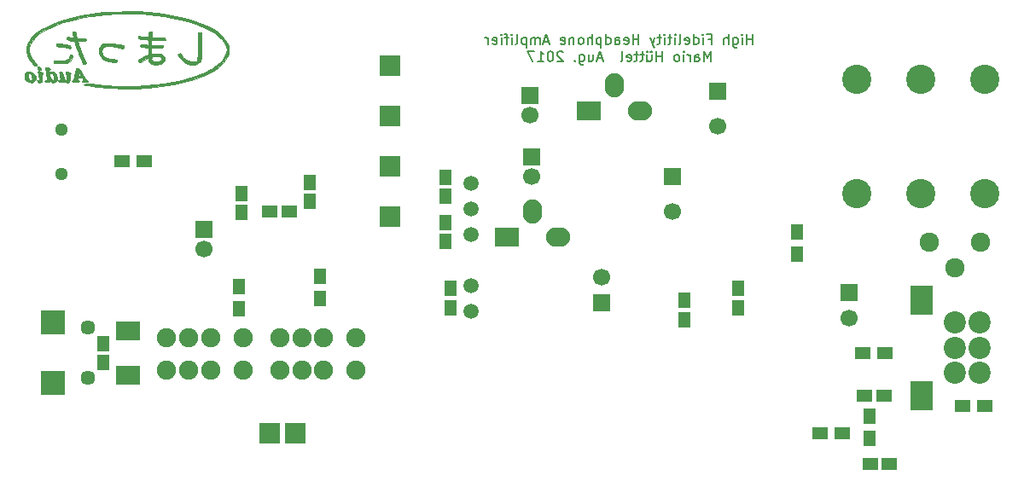
<source format=gbs>
G04 #@! TF.FileFunction,Soldermask,Bot*
%FSLAX46Y46*%
G04 Gerber Fmt 4.6, Leading zero omitted, Abs format (unit mm)*
G04 Created by KiCad (PCBNEW 4.0.6) date Sat Sep  9 23:12:20 2017*
%MOMM*%
%LPD*%
G01*
G04 APERTURE LIST*
%ADD10C,0.100000*%
%ADD11C,0.187500*%
%ADD12C,0.010000*%
%ADD13R,1.700000X1.700000*%
%ADD14C,1.700000*%
%ADD15C,1.299160*%
%ADD16R,1.150000X1.600000*%
%ADD17R,1.600000X1.150000*%
%ADD18C,2.900000*%
%ADD19C,1.900000*%
%ADD20R,1.300000X1.600000*%
%ADD21R,1.600000X1.300000*%
%ADD22C,2.200000*%
%ADD23R,2.200000X2.900000*%
%ADD24R,2.100000X2.100000*%
%ADD25R,2.400000X2.400000*%
%ADD26R,2.400000X1.900000*%
%ADD27C,1.450000*%
%ADD28O,2.398980X1.901140*%
%ADD29R,2.398980X1.901140*%
%ADD30O,1.901140X2.398980*%
%ADD31C,1.500000*%
%ADD32C,1.924000*%
G04 APERTURE END LIST*
D10*
D11*
X86464287Y-17858631D02*
X86464287Y-16858631D01*
X86464287Y-17334821D02*
X85892858Y-17334821D01*
X85892858Y-17858631D02*
X85892858Y-16858631D01*
X85416668Y-17858631D02*
X85416668Y-17191964D01*
X85416668Y-16858631D02*
X85464287Y-16906250D01*
X85416668Y-16953869D01*
X85369049Y-16906250D01*
X85416668Y-16858631D01*
X85416668Y-16953869D01*
X84511906Y-17191964D02*
X84511906Y-18001488D01*
X84559525Y-18096726D01*
X84607144Y-18144345D01*
X84702383Y-18191964D01*
X84845240Y-18191964D01*
X84940478Y-18144345D01*
X84511906Y-17811012D02*
X84607144Y-17858631D01*
X84797621Y-17858631D01*
X84892859Y-17811012D01*
X84940478Y-17763393D01*
X84988097Y-17668155D01*
X84988097Y-17382440D01*
X84940478Y-17287202D01*
X84892859Y-17239583D01*
X84797621Y-17191964D01*
X84607144Y-17191964D01*
X84511906Y-17239583D01*
X84035716Y-17858631D02*
X84035716Y-16858631D01*
X83607144Y-17858631D02*
X83607144Y-17334821D01*
X83654763Y-17239583D01*
X83750001Y-17191964D01*
X83892859Y-17191964D01*
X83988097Y-17239583D01*
X84035716Y-17287202D01*
X82035715Y-17334821D02*
X82369049Y-17334821D01*
X82369049Y-17858631D02*
X82369049Y-16858631D01*
X81892858Y-16858631D01*
X81511906Y-17858631D02*
X81511906Y-17191964D01*
X81511906Y-16858631D02*
X81559525Y-16906250D01*
X81511906Y-16953869D01*
X81464287Y-16906250D01*
X81511906Y-16858631D01*
X81511906Y-16953869D01*
X80607144Y-17858631D02*
X80607144Y-16858631D01*
X80607144Y-17811012D02*
X80702382Y-17858631D01*
X80892859Y-17858631D01*
X80988097Y-17811012D01*
X81035716Y-17763393D01*
X81083335Y-17668155D01*
X81083335Y-17382440D01*
X81035716Y-17287202D01*
X80988097Y-17239583D01*
X80892859Y-17191964D01*
X80702382Y-17191964D01*
X80607144Y-17239583D01*
X79750001Y-17811012D02*
X79845239Y-17858631D01*
X80035716Y-17858631D01*
X80130954Y-17811012D01*
X80178573Y-17715774D01*
X80178573Y-17334821D01*
X80130954Y-17239583D01*
X80035716Y-17191964D01*
X79845239Y-17191964D01*
X79750001Y-17239583D01*
X79702382Y-17334821D01*
X79702382Y-17430060D01*
X80178573Y-17525298D01*
X79130954Y-17858631D02*
X79226192Y-17811012D01*
X79273811Y-17715774D01*
X79273811Y-16858631D01*
X78750001Y-17858631D02*
X78750001Y-17191964D01*
X78750001Y-16858631D02*
X78797620Y-16906250D01*
X78750001Y-16953869D01*
X78702382Y-16906250D01*
X78750001Y-16858631D01*
X78750001Y-16953869D01*
X78416668Y-17191964D02*
X78035716Y-17191964D01*
X78273811Y-16858631D02*
X78273811Y-17715774D01*
X78226192Y-17811012D01*
X78130954Y-17858631D01*
X78035716Y-17858631D01*
X77702382Y-17858631D02*
X77702382Y-17191964D01*
X77702382Y-16858631D02*
X77750001Y-16906250D01*
X77702382Y-16953869D01*
X77654763Y-16906250D01*
X77702382Y-16858631D01*
X77702382Y-16953869D01*
X77369049Y-17191964D02*
X76988097Y-17191964D01*
X77226192Y-16858631D02*
X77226192Y-17715774D01*
X77178573Y-17811012D01*
X77083335Y-17858631D01*
X76988097Y-17858631D01*
X76750001Y-17191964D02*
X76511906Y-17858631D01*
X76273810Y-17191964D02*
X76511906Y-17858631D01*
X76607144Y-18096726D01*
X76654763Y-18144345D01*
X76750001Y-18191964D01*
X75130953Y-17858631D02*
X75130953Y-16858631D01*
X75130953Y-17334821D02*
X74559524Y-17334821D01*
X74559524Y-17858631D02*
X74559524Y-16858631D01*
X73702381Y-17811012D02*
X73797619Y-17858631D01*
X73988096Y-17858631D01*
X74083334Y-17811012D01*
X74130953Y-17715774D01*
X74130953Y-17334821D01*
X74083334Y-17239583D01*
X73988096Y-17191964D01*
X73797619Y-17191964D01*
X73702381Y-17239583D01*
X73654762Y-17334821D01*
X73654762Y-17430060D01*
X74130953Y-17525298D01*
X72797619Y-17858631D02*
X72797619Y-17334821D01*
X72845238Y-17239583D01*
X72940476Y-17191964D01*
X73130953Y-17191964D01*
X73226191Y-17239583D01*
X72797619Y-17811012D02*
X72892857Y-17858631D01*
X73130953Y-17858631D01*
X73226191Y-17811012D01*
X73273810Y-17715774D01*
X73273810Y-17620536D01*
X73226191Y-17525298D01*
X73130953Y-17477679D01*
X72892857Y-17477679D01*
X72797619Y-17430060D01*
X71892857Y-17858631D02*
X71892857Y-16858631D01*
X71892857Y-17811012D02*
X71988095Y-17858631D01*
X72178572Y-17858631D01*
X72273810Y-17811012D01*
X72321429Y-17763393D01*
X72369048Y-17668155D01*
X72369048Y-17382440D01*
X72321429Y-17287202D01*
X72273810Y-17239583D01*
X72178572Y-17191964D01*
X71988095Y-17191964D01*
X71892857Y-17239583D01*
X71416667Y-17191964D02*
X71416667Y-18191964D01*
X71416667Y-17239583D02*
X71321429Y-17191964D01*
X71130952Y-17191964D01*
X71035714Y-17239583D01*
X70988095Y-17287202D01*
X70940476Y-17382440D01*
X70940476Y-17668155D01*
X70988095Y-17763393D01*
X71035714Y-17811012D01*
X71130952Y-17858631D01*
X71321429Y-17858631D01*
X71416667Y-17811012D01*
X70511905Y-17858631D02*
X70511905Y-16858631D01*
X70083333Y-17858631D02*
X70083333Y-17334821D01*
X70130952Y-17239583D01*
X70226190Y-17191964D01*
X70369048Y-17191964D01*
X70464286Y-17239583D01*
X70511905Y-17287202D01*
X69464286Y-17858631D02*
X69559524Y-17811012D01*
X69607143Y-17763393D01*
X69654762Y-17668155D01*
X69654762Y-17382440D01*
X69607143Y-17287202D01*
X69559524Y-17239583D01*
X69464286Y-17191964D01*
X69321428Y-17191964D01*
X69226190Y-17239583D01*
X69178571Y-17287202D01*
X69130952Y-17382440D01*
X69130952Y-17668155D01*
X69178571Y-17763393D01*
X69226190Y-17811012D01*
X69321428Y-17858631D01*
X69464286Y-17858631D01*
X68702381Y-17191964D02*
X68702381Y-17858631D01*
X68702381Y-17287202D02*
X68654762Y-17239583D01*
X68559524Y-17191964D01*
X68416666Y-17191964D01*
X68321428Y-17239583D01*
X68273809Y-17334821D01*
X68273809Y-17858631D01*
X67416666Y-17811012D02*
X67511904Y-17858631D01*
X67702381Y-17858631D01*
X67797619Y-17811012D01*
X67845238Y-17715774D01*
X67845238Y-17334821D01*
X67797619Y-17239583D01*
X67702381Y-17191964D01*
X67511904Y-17191964D01*
X67416666Y-17239583D01*
X67369047Y-17334821D01*
X67369047Y-17430060D01*
X67845238Y-17525298D01*
X66226190Y-17572917D02*
X65749999Y-17572917D01*
X66321428Y-17858631D02*
X65988095Y-16858631D01*
X65654761Y-17858631D01*
X65321428Y-17858631D02*
X65321428Y-17191964D01*
X65321428Y-17287202D02*
X65273809Y-17239583D01*
X65178571Y-17191964D01*
X65035713Y-17191964D01*
X64940475Y-17239583D01*
X64892856Y-17334821D01*
X64892856Y-17858631D01*
X64892856Y-17334821D02*
X64845237Y-17239583D01*
X64749999Y-17191964D01*
X64607142Y-17191964D01*
X64511904Y-17239583D01*
X64464285Y-17334821D01*
X64464285Y-17858631D01*
X63988095Y-17191964D02*
X63988095Y-18191964D01*
X63988095Y-17239583D02*
X63892857Y-17191964D01*
X63702380Y-17191964D01*
X63607142Y-17239583D01*
X63559523Y-17287202D01*
X63511904Y-17382440D01*
X63511904Y-17668155D01*
X63559523Y-17763393D01*
X63607142Y-17811012D01*
X63702380Y-17858631D01*
X63892857Y-17858631D01*
X63988095Y-17811012D01*
X62940476Y-17858631D02*
X63035714Y-17811012D01*
X63083333Y-17715774D01*
X63083333Y-16858631D01*
X62559523Y-17858631D02*
X62559523Y-17191964D01*
X62559523Y-16858631D02*
X62607142Y-16906250D01*
X62559523Y-16953869D01*
X62511904Y-16906250D01*
X62559523Y-16858631D01*
X62559523Y-16953869D01*
X62226190Y-17191964D02*
X61845238Y-17191964D01*
X62083333Y-17858631D02*
X62083333Y-17001488D01*
X62035714Y-16906250D01*
X61940476Y-16858631D01*
X61845238Y-16858631D01*
X61511904Y-17858631D02*
X61511904Y-17191964D01*
X61511904Y-16858631D02*
X61559523Y-16906250D01*
X61511904Y-16953869D01*
X61464285Y-16906250D01*
X61511904Y-16858631D01*
X61511904Y-16953869D01*
X60654761Y-17811012D02*
X60749999Y-17858631D01*
X60940476Y-17858631D01*
X61035714Y-17811012D01*
X61083333Y-17715774D01*
X61083333Y-17334821D01*
X61035714Y-17239583D01*
X60940476Y-17191964D01*
X60749999Y-17191964D01*
X60654761Y-17239583D01*
X60607142Y-17334821D01*
X60607142Y-17430060D01*
X61083333Y-17525298D01*
X60178571Y-17858631D02*
X60178571Y-17191964D01*
X60178571Y-17382440D02*
X60130952Y-17287202D01*
X60083333Y-17239583D01*
X59988095Y-17191964D01*
X59892856Y-17191964D01*
X82273811Y-19546131D02*
X82273811Y-18546131D01*
X81940477Y-19260417D01*
X81607144Y-18546131D01*
X81607144Y-19546131D01*
X80702382Y-19546131D02*
X80702382Y-19022321D01*
X80750001Y-18927083D01*
X80845239Y-18879464D01*
X81035716Y-18879464D01*
X81130954Y-18927083D01*
X80702382Y-19498512D02*
X80797620Y-19546131D01*
X81035716Y-19546131D01*
X81130954Y-19498512D01*
X81178573Y-19403274D01*
X81178573Y-19308036D01*
X81130954Y-19212798D01*
X81035716Y-19165179D01*
X80797620Y-19165179D01*
X80702382Y-19117560D01*
X80226192Y-19546131D02*
X80226192Y-18879464D01*
X80226192Y-19069940D02*
X80178573Y-18974702D01*
X80130954Y-18927083D01*
X80035716Y-18879464D01*
X79940477Y-18879464D01*
X79607144Y-19546131D02*
X79607144Y-18879464D01*
X79607144Y-18546131D02*
X79654763Y-18593750D01*
X79607144Y-18641369D01*
X79559525Y-18593750D01*
X79607144Y-18546131D01*
X79607144Y-18641369D01*
X78988097Y-19546131D02*
X79083335Y-19498512D01*
X79130954Y-19450893D01*
X79178573Y-19355655D01*
X79178573Y-19069940D01*
X79130954Y-18974702D01*
X79083335Y-18927083D01*
X78988097Y-18879464D01*
X78845239Y-18879464D01*
X78750001Y-18927083D01*
X78702382Y-18974702D01*
X78654763Y-19069940D01*
X78654763Y-19355655D01*
X78702382Y-19450893D01*
X78750001Y-19498512D01*
X78845239Y-19546131D01*
X78988097Y-19546131D01*
X77464287Y-19546131D02*
X77464287Y-18546131D01*
X77464287Y-19022321D02*
X76892858Y-19022321D01*
X76892858Y-19546131D02*
X76892858Y-18546131D01*
X75988096Y-18879464D02*
X75988096Y-19546131D01*
X76416668Y-18879464D02*
X76416668Y-19403274D01*
X76369049Y-19498512D01*
X76273811Y-19546131D01*
X76130953Y-19546131D01*
X76035715Y-19498512D01*
X75988096Y-19450893D01*
X76369049Y-18546131D02*
X76321430Y-18593750D01*
X76369049Y-18641369D01*
X76416668Y-18593750D01*
X76369049Y-18546131D01*
X76369049Y-18641369D01*
X75988096Y-18546131D02*
X75940477Y-18593750D01*
X75988096Y-18641369D01*
X76035715Y-18593750D01*
X75988096Y-18546131D01*
X75988096Y-18641369D01*
X75654763Y-18879464D02*
X75273811Y-18879464D01*
X75511906Y-18546131D02*
X75511906Y-19403274D01*
X75464287Y-19498512D01*
X75369049Y-19546131D01*
X75273811Y-19546131D01*
X75083334Y-18879464D02*
X74702382Y-18879464D01*
X74940477Y-18546131D02*
X74940477Y-19403274D01*
X74892858Y-19498512D01*
X74797620Y-19546131D01*
X74702382Y-19546131D01*
X73988095Y-19498512D02*
X74083333Y-19546131D01*
X74273810Y-19546131D01*
X74369048Y-19498512D01*
X74416667Y-19403274D01*
X74416667Y-19022321D01*
X74369048Y-18927083D01*
X74273810Y-18879464D01*
X74083333Y-18879464D01*
X73988095Y-18927083D01*
X73940476Y-19022321D01*
X73940476Y-19117560D01*
X74416667Y-19212798D01*
X73369048Y-19546131D02*
X73464286Y-19498512D01*
X73511905Y-19403274D01*
X73511905Y-18546131D01*
X71511904Y-19260417D02*
X71035713Y-19260417D01*
X71607142Y-19546131D02*
X71273809Y-18546131D01*
X70940475Y-19546131D01*
X70178570Y-18879464D02*
X70178570Y-19546131D01*
X70607142Y-18879464D02*
X70607142Y-19403274D01*
X70559523Y-19498512D01*
X70464285Y-19546131D01*
X70321427Y-19546131D01*
X70226189Y-19498512D01*
X70178570Y-19450893D01*
X69273808Y-18879464D02*
X69273808Y-19688988D01*
X69321427Y-19784226D01*
X69369046Y-19831845D01*
X69464285Y-19879464D01*
X69607142Y-19879464D01*
X69702380Y-19831845D01*
X69273808Y-19498512D02*
X69369046Y-19546131D01*
X69559523Y-19546131D01*
X69654761Y-19498512D01*
X69702380Y-19450893D01*
X69749999Y-19355655D01*
X69749999Y-19069940D01*
X69702380Y-18974702D01*
X69654761Y-18927083D01*
X69559523Y-18879464D01*
X69369046Y-18879464D01*
X69273808Y-18927083D01*
X68797618Y-19450893D02*
X68749999Y-19498512D01*
X68797618Y-19546131D01*
X68845237Y-19498512D01*
X68797618Y-19450893D01*
X68797618Y-19546131D01*
X67607142Y-18641369D02*
X67559523Y-18593750D01*
X67464285Y-18546131D01*
X67226189Y-18546131D01*
X67130951Y-18593750D01*
X67083332Y-18641369D01*
X67035713Y-18736607D01*
X67035713Y-18831845D01*
X67083332Y-18974702D01*
X67654761Y-19546131D01*
X67035713Y-19546131D01*
X66416666Y-18546131D02*
X66321427Y-18546131D01*
X66226189Y-18593750D01*
X66178570Y-18641369D01*
X66130951Y-18736607D01*
X66083332Y-18927083D01*
X66083332Y-19165179D01*
X66130951Y-19355655D01*
X66178570Y-19450893D01*
X66226189Y-19498512D01*
X66321427Y-19546131D01*
X66416666Y-19546131D01*
X66511904Y-19498512D01*
X66559523Y-19450893D01*
X66607142Y-19355655D01*
X66654761Y-19165179D01*
X66654761Y-18927083D01*
X66607142Y-18736607D01*
X66559523Y-18641369D01*
X66511904Y-18593750D01*
X66416666Y-18546131D01*
X65130951Y-19546131D02*
X65702380Y-19546131D01*
X65416666Y-19546131D02*
X65416666Y-18546131D01*
X65511904Y-18688988D01*
X65607142Y-18784226D01*
X65702380Y-18831845D01*
X64797618Y-18546131D02*
X64130951Y-18546131D01*
X64559523Y-19546131D01*
D12*
G36*
X23216077Y-14609419D02*
X22043439Y-14688315D01*
X20917192Y-14817668D01*
X19845442Y-14995974D01*
X18836294Y-15221727D01*
X17897854Y-15493425D01*
X17038226Y-15809564D01*
X16490475Y-16055156D01*
X15915421Y-16366584D01*
X15426046Y-16698550D01*
X15026613Y-17047493D01*
X14721387Y-17409850D01*
X14571800Y-17658185D01*
X14496257Y-17818316D01*
X14450624Y-17957015D01*
X14427592Y-18110597D01*
X14419852Y-18315375D01*
X14419400Y-18415400D01*
X14423220Y-18649611D01*
X14439319Y-18817543D01*
X14474661Y-18954373D01*
X14536209Y-19095282D01*
X14565191Y-19152000D01*
X14683533Y-19353088D01*
X14823676Y-19552494D01*
X14969547Y-19731343D01*
X15105072Y-19870762D01*
X15214179Y-19951877D01*
X15257374Y-19964800D01*
X15385368Y-19955327D01*
X15440607Y-19919812D01*
X15421786Y-19847604D01*
X15327601Y-19728056D01*
X15213677Y-19608000D01*
X14918603Y-19256288D01*
X14725119Y-18905649D01*
X14633223Y-18555720D01*
X14642915Y-18206135D01*
X14754195Y-17856533D01*
X14967060Y-17506548D01*
X15209145Y-17227416D01*
X15610442Y-16876879D01*
X16104832Y-16545031D01*
X16685062Y-16234646D01*
X17343879Y-15948502D01*
X18074031Y-15689373D01*
X18868264Y-15460035D01*
X19719325Y-15263263D01*
X20619961Y-15101834D01*
X20854563Y-15066961D01*
X22165481Y-14909898D01*
X23431893Y-14821398D01*
X24679840Y-14801466D01*
X25935359Y-14850108D01*
X27224491Y-14967328D01*
X28008400Y-15068232D01*
X28828024Y-15203768D01*
X29629458Y-15374004D01*
X30397861Y-15574451D01*
X31118397Y-15800622D01*
X31776224Y-16048028D01*
X32356505Y-16312181D01*
X32656600Y-16474134D01*
X33090878Y-16755803D01*
X33468447Y-17061962D01*
X33781405Y-17383025D01*
X34021851Y-17709407D01*
X34181881Y-18031520D01*
X34253595Y-18339779D01*
X34256800Y-18415400D01*
X34208996Y-18718564D01*
X34070848Y-19038040D01*
X33850261Y-19364242D01*
X33555136Y-19687582D01*
X33193375Y-19998475D01*
X32772880Y-20287334D01*
X32656600Y-20356665D01*
X32072363Y-20655923D01*
X31400440Y-20931279D01*
X30652365Y-21180704D01*
X29839670Y-21402169D01*
X28973888Y-21593645D01*
X28066552Y-21753105D01*
X27129193Y-21878520D01*
X26173345Y-21967861D01*
X25210540Y-22019100D01*
X24252310Y-22030208D01*
X23316542Y-21999516D01*
X22946570Y-21976474D01*
X22564823Y-21948912D01*
X22199640Y-21919141D01*
X21879363Y-21889471D01*
X21633000Y-21862297D01*
X21235282Y-21813742D01*
X20924071Y-21779720D01*
X20685402Y-21759675D01*
X20505308Y-21753049D01*
X20369825Y-21759287D01*
X20264986Y-21777833D01*
X20185200Y-21804623D01*
X20113421Y-21835696D01*
X20082850Y-21859091D01*
X20105302Y-21879182D01*
X20192587Y-21900343D01*
X20356519Y-21926949D01*
X20608909Y-21963374D01*
X20617000Y-21964526D01*
X20869974Y-22000827D01*
X21099560Y-22034286D01*
X21279412Y-22061031D01*
X21379000Y-22076496D01*
X21720117Y-22121608D01*
X22145105Y-22159792D01*
X22636451Y-22190714D01*
X23176641Y-22214039D01*
X23748161Y-22229432D01*
X24333497Y-22236560D01*
X24915134Y-22235087D01*
X25475559Y-22224680D01*
X25997259Y-22205003D01*
X26462718Y-22175724D01*
X26484400Y-22173985D01*
X27743025Y-22041751D01*
X28916655Y-21855941D01*
X30006865Y-21616169D01*
X31015225Y-21322048D01*
X31943308Y-20973191D01*
X32599658Y-20669332D01*
X33066756Y-20401274D01*
X33486903Y-20096370D01*
X33846107Y-19767220D01*
X34130374Y-19426427D01*
X34303694Y-19134785D01*
X34389982Y-18936252D01*
X34437656Y-18765505D01*
X34457280Y-18573915D01*
X34460000Y-18415400D01*
X34452928Y-18184247D01*
X34424666Y-18005508D01*
X34364647Y-17830550D01*
X34303694Y-17696014D01*
X34069002Y-17315575D01*
X33739469Y-16952439D01*
X33320653Y-16608358D01*
X32818117Y-16285086D01*
X32237422Y-15984375D01*
X31584127Y-15707979D01*
X30863794Y-15457650D01*
X30081983Y-15235142D01*
X29244256Y-15042208D01*
X28356172Y-14880600D01*
X27423294Y-14752071D01*
X26451181Y-14658375D01*
X25445395Y-14601265D01*
X24427000Y-14582483D01*
X23216077Y-14609419D01*
X23216077Y-14609419D01*
G37*
X23216077Y-14609419D02*
X22043439Y-14688315D01*
X20917192Y-14817668D01*
X19845442Y-14995974D01*
X18836294Y-15221727D01*
X17897854Y-15493425D01*
X17038226Y-15809564D01*
X16490475Y-16055156D01*
X15915421Y-16366584D01*
X15426046Y-16698550D01*
X15026613Y-17047493D01*
X14721387Y-17409850D01*
X14571800Y-17658185D01*
X14496257Y-17818316D01*
X14450624Y-17957015D01*
X14427592Y-18110597D01*
X14419852Y-18315375D01*
X14419400Y-18415400D01*
X14423220Y-18649611D01*
X14439319Y-18817543D01*
X14474661Y-18954373D01*
X14536209Y-19095282D01*
X14565191Y-19152000D01*
X14683533Y-19353088D01*
X14823676Y-19552494D01*
X14969547Y-19731343D01*
X15105072Y-19870762D01*
X15214179Y-19951877D01*
X15257374Y-19964800D01*
X15385368Y-19955327D01*
X15440607Y-19919812D01*
X15421786Y-19847604D01*
X15327601Y-19728056D01*
X15213677Y-19608000D01*
X14918603Y-19256288D01*
X14725119Y-18905649D01*
X14633223Y-18555720D01*
X14642915Y-18206135D01*
X14754195Y-17856533D01*
X14967060Y-17506548D01*
X15209145Y-17227416D01*
X15610442Y-16876879D01*
X16104832Y-16545031D01*
X16685062Y-16234646D01*
X17343879Y-15948502D01*
X18074031Y-15689373D01*
X18868264Y-15460035D01*
X19719325Y-15263263D01*
X20619961Y-15101834D01*
X20854563Y-15066961D01*
X22165481Y-14909898D01*
X23431893Y-14821398D01*
X24679840Y-14801466D01*
X25935359Y-14850108D01*
X27224491Y-14967328D01*
X28008400Y-15068232D01*
X28828024Y-15203768D01*
X29629458Y-15374004D01*
X30397861Y-15574451D01*
X31118397Y-15800622D01*
X31776224Y-16048028D01*
X32356505Y-16312181D01*
X32656600Y-16474134D01*
X33090878Y-16755803D01*
X33468447Y-17061962D01*
X33781405Y-17383025D01*
X34021851Y-17709407D01*
X34181881Y-18031520D01*
X34253595Y-18339779D01*
X34256800Y-18415400D01*
X34208996Y-18718564D01*
X34070848Y-19038040D01*
X33850261Y-19364242D01*
X33555136Y-19687582D01*
X33193375Y-19998475D01*
X32772880Y-20287334D01*
X32656600Y-20356665D01*
X32072363Y-20655923D01*
X31400440Y-20931279D01*
X30652365Y-21180704D01*
X29839670Y-21402169D01*
X28973888Y-21593645D01*
X28066552Y-21753105D01*
X27129193Y-21878520D01*
X26173345Y-21967861D01*
X25210540Y-22019100D01*
X24252310Y-22030208D01*
X23316542Y-21999516D01*
X22946570Y-21976474D01*
X22564823Y-21948912D01*
X22199640Y-21919141D01*
X21879363Y-21889471D01*
X21633000Y-21862297D01*
X21235282Y-21813742D01*
X20924071Y-21779720D01*
X20685402Y-21759675D01*
X20505308Y-21753049D01*
X20369825Y-21759287D01*
X20264986Y-21777833D01*
X20185200Y-21804623D01*
X20113421Y-21835696D01*
X20082850Y-21859091D01*
X20105302Y-21879182D01*
X20192587Y-21900343D01*
X20356519Y-21926949D01*
X20608909Y-21963374D01*
X20617000Y-21964526D01*
X20869974Y-22000827D01*
X21099560Y-22034286D01*
X21279412Y-22061031D01*
X21379000Y-22076496D01*
X21720117Y-22121608D01*
X22145105Y-22159792D01*
X22636451Y-22190714D01*
X23176641Y-22214039D01*
X23748161Y-22229432D01*
X24333497Y-22236560D01*
X24915134Y-22235087D01*
X25475559Y-22224680D01*
X25997259Y-22205003D01*
X26462718Y-22175724D01*
X26484400Y-22173985D01*
X27743025Y-22041751D01*
X28916655Y-21855941D01*
X30006865Y-21616169D01*
X31015225Y-21322048D01*
X31943308Y-20973191D01*
X32599658Y-20669332D01*
X33066756Y-20401274D01*
X33486903Y-20096370D01*
X33846107Y-19767220D01*
X34130374Y-19426427D01*
X34303694Y-19134785D01*
X34389982Y-18936252D01*
X34437656Y-18765505D01*
X34457280Y-18573915D01*
X34460000Y-18415400D01*
X34452928Y-18184247D01*
X34424666Y-18005508D01*
X34364647Y-17830550D01*
X34303694Y-17696014D01*
X34069002Y-17315575D01*
X33739469Y-16952439D01*
X33320653Y-16608358D01*
X32818117Y-16285086D01*
X32237422Y-15984375D01*
X31584127Y-15707979D01*
X30863794Y-15457650D01*
X30081983Y-15235142D01*
X29244256Y-15042208D01*
X28356172Y-14880600D01*
X27423294Y-14752071D01*
X26451181Y-14658375D01*
X25445395Y-14601265D01*
X24427000Y-14582483D01*
X23216077Y-14609419D01*
G36*
X19452525Y-20229154D02*
X19390327Y-20235819D01*
X19344675Y-20251635D01*
X19308876Y-20292140D01*
X19276239Y-20372871D01*
X19240072Y-20509368D01*
X19193680Y-20717168D01*
X19145289Y-20942489D01*
X19095448Y-21139827D01*
X19040466Y-21304008D01*
X18990870Y-21404460D01*
X18983048Y-21413695D01*
X18916655Y-21514467D01*
X18945201Y-21585709D01*
X19065790Y-21625295D01*
X19275524Y-21631096D01*
X19278811Y-21630941D01*
X19459518Y-21610052D01*
X19580753Y-21572669D01*
X19631261Y-21526831D01*
X19599784Y-21480575D01*
X19527419Y-21453404D01*
X19445652Y-21403608D01*
X19432525Y-21297464D01*
X19433167Y-21291660D01*
X19453954Y-21208678D01*
X19510321Y-21166259D01*
X19631216Y-21147069D01*
X19680650Y-21143494D01*
X19827987Y-21140722D01*
X19909760Y-21166683D01*
X19960930Y-21235342D01*
X19972750Y-21260184D01*
X20021204Y-21375248D01*
X20022158Y-21425584D01*
X19972642Y-21437789D01*
X19952876Y-21438000D01*
X19892091Y-21475875D01*
X19889851Y-21526900D01*
X19926040Y-21583842D01*
X20022108Y-21616332D01*
X20168435Y-21630997D01*
X20323008Y-21630379D01*
X20432444Y-21612187D01*
X20462144Y-21594374D01*
X20449486Y-21530192D01*
X20376497Y-21440748D01*
X20361718Y-21427387D01*
X20285048Y-21338647D01*
X20174834Y-21182744D01*
X20045944Y-20981841D01*
X20023431Y-20943916D01*
X19763834Y-20943916D01*
X19686453Y-20979210D01*
X19651800Y-20980800D01*
X19554821Y-20959516D01*
X19525202Y-20877214D01*
X19524800Y-20857954D01*
X19538027Y-20724397D01*
X19557005Y-20651186D01*
X19587760Y-20607998D01*
X19633216Y-20639620D01*
X19683670Y-20710532D01*
X19762619Y-20856789D01*
X19763834Y-20943916D01*
X20023431Y-20943916D01*
X19916130Y-20763165D01*
X19784223Y-20534455D01*
X19689243Y-20380560D01*
X19618949Y-20287380D01*
X19561102Y-20240818D01*
X19503465Y-20226776D01*
X19452525Y-20229154D01*
X19452525Y-20229154D01*
G37*
X19452525Y-20229154D02*
X19390327Y-20235819D01*
X19344675Y-20251635D01*
X19308876Y-20292140D01*
X19276239Y-20372871D01*
X19240072Y-20509368D01*
X19193680Y-20717168D01*
X19145289Y-20942489D01*
X19095448Y-21139827D01*
X19040466Y-21304008D01*
X18990870Y-21404460D01*
X18983048Y-21413695D01*
X18916655Y-21514467D01*
X18945201Y-21585709D01*
X19065790Y-21625295D01*
X19275524Y-21631096D01*
X19278811Y-21630941D01*
X19459518Y-21610052D01*
X19580753Y-21572669D01*
X19631261Y-21526831D01*
X19599784Y-21480575D01*
X19527419Y-21453404D01*
X19445652Y-21403608D01*
X19432525Y-21297464D01*
X19433167Y-21291660D01*
X19453954Y-21208678D01*
X19510321Y-21166259D01*
X19631216Y-21147069D01*
X19680650Y-21143494D01*
X19827987Y-21140722D01*
X19909760Y-21166683D01*
X19960930Y-21235342D01*
X19972750Y-21260184D01*
X20021204Y-21375248D01*
X20022158Y-21425584D01*
X19972642Y-21437789D01*
X19952876Y-21438000D01*
X19892091Y-21475875D01*
X19889851Y-21526900D01*
X19926040Y-21583842D01*
X20022108Y-21616332D01*
X20168435Y-21630997D01*
X20323008Y-21630379D01*
X20432444Y-21612187D01*
X20462144Y-21594374D01*
X20449486Y-21530192D01*
X20376497Y-21440748D01*
X20361718Y-21427387D01*
X20285048Y-21338647D01*
X20174834Y-21182744D01*
X20045944Y-20981841D01*
X20023431Y-20943916D01*
X19763834Y-20943916D01*
X19686453Y-20979210D01*
X19651800Y-20980800D01*
X19554821Y-20959516D01*
X19525202Y-20877214D01*
X19524800Y-20857954D01*
X19538027Y-20724397D01*
X19557005Y-20651186D01*
X19587760Y-20607998D01*
X19633216Y-20639620D01*
X19683670Y-20710532D01*
X19762619Y-20856789D01*
X19763834Y-20943916D01*
X20023431Y-20943916D01*
X19916130Y-20763165D01*
X19784223Y-20534455D01*
X19689243Y-20380560D01*
X19618949Y-20287380D01*
X19561102Y-20240818D01*
X19503465Y-20226776D01*
X19452525Y-20229154D01*
G36*
X17682781Y-20584219D02*
X17653073Y-20629124D01*
X17663406Y-20690822D01*
X17685862Y-20806939D01*
X17711532Y-20977443D01*
X17725824Y-21089699D01*
X17741335Y-21252084D01*
X17734657Y-21340985D01*
X17699338Y-21383290D01*
X17651311Y-21400321D01*
X17558518Y-21447058D01*
X17563332Y-21508129D01*
X17664063Y-21576351D01*
X17696000Y-21590400D01*
X17841680Y-21627856D01*
X17981777Y-21598131D01*
X17996192Y-21592309D01*
X18142162Y-21557317D01*
X18246852Y-21586146D01*
X18430286Y-21638225D01*
X18595707Y-21591409D01*
X18665128Y-21535672D01*
X18733269Y-21439602D01*
X18745415Y-21364366D01*
X18708841Y-21233254D01*
X18685455Y-21082325D01*
X18677616Y-20943854D01*
X18687685Y-20850119D01*
X18706232Y-20828400D01*
X18752171Y-20785908D01*
X18762800Y-20726800D01*
X18729269Y-20643963D01*
X18648500Y-20624506D01*
X18504333Y-20610235D01*
X18412136Y-20591150D01*
X18336538Y-20577073D01*
X18307300Y-20605475D01*
X18312705Y-20699882D01*
X18323236Y-20769644D01*
X18364249Y-21028682D01*
X18390304Y-21203481D01*
X18400402Y-21310440D01*
X18393543Y-21365955D01*
X18368729Y-21386425D01*
X18324959Y-21388247D01*
X18285604Y-21387200D01*
X18197931Y-21372414D01*
X18132282Y-21316846D01*
X18079416Y-21203677D01*
X18030090Y-21016088D01*
X17999449Y-20866500D01*
X17964313Y-20702864D01*
X17928773Y-20615552D01*
X17875588Y-20580688D01*
X17788492Y-20574400D01*
X17682781Y-20584219D01*
X17682781Y-20584219D01*
G37*
X17682781Y-20584219D02*
X17653073Y-20629124D01*
X17663406Y-20690822D01*
X17685862Y-20806939D01*
X17711532Y-20977443D01*
X17725824Y-21089699D01*
X17741335Y-21252084D01*
X17734657Y-21340985D01*
X17699338Y-21383290D01*
X17651311Y-21400321D01*
X17558518Y-21447058D01*
X17563332Y-21508129D01*
X17664063Y-21576351D01*
X17696000Y-21590400D01*
X17841680Y-21627856D01*
X17981777Y-21598131D01*
X17996192Y-21592309D01*
X18142162Y-21557317D01*
X18246852Y-21586146D01*
X18430286Y-21638225D01*
X18595707Y-21591409D01*
X18665128Y-21535672D01*
X18733269Y-21439602D01*
X18745415Y-21364366D01*
X18708841Y-21233254D01*
X18685455Y-21082325D01*
X18677616Y-20943854D01*
X18687685Y-20850119D01*
X18706232Y-20828400D01*
X18752171Y-20785908D01*
X18762800Y-20726800D01*
X18729269Y-20643963D01*
X18648500Y-20624506D01*
X18504333Y-20610235D01*
X18412136Y-20591150D01*
X18336538Y-20577073D01*
X18307300Y-20605475D01*
X18312705Y-20699882D01*
X18323236Y-20769644D01*
X18364249Y-21028682D01*
X18390304Y-21203481D01*
X18400402Y-21310440D01*
X18393543Y-21365955D01*
X18368729Y-21386425D01*
X18324959Y-21388247D01*
X18285604Y-21387200D01*
X18197931Y-21372414D01*
X18132282Y-21316846D01*
X18079416Y-21203677D01*
X18030090Y-21016088D01*
X17999449Y-20866500D01*
X17964313Y-20702864D01*
X17928773Y-20615552D01*
X17875588Y-20580688D01*
X17788492Y-20574400D01*
X17682781Y-20584219D01*
G36*
X16239496Y-20161520D02*
X16246378Y-20231500D01*
X16270402Y-20352308D01*
X16302390Y-20530364D01*
X16337874Y-20738483D01*
X16372387Y-20949477D01*
X16401463Y-21136160D01*
X16420634Y-21271348D01*
X16425838Y-21323700D01*
X16383711Y-21375735D01*
X16327399Y-21387200D01*
X16221715Y-21412314D01*
X16205122Y-21475848D01*
X16282023Y-21560092D01*
X16284054Y-21561524D01*
X16441906Y-21631108D01*
X16589120Y-21625799D01*
X16679226Y-21565933D01*
X16736994Y-21517651D01*
X16804917Y-21536713D01*
X16849149Y-21565933D01*
X17023191Y-21635431D01*
X17195415Y-21604995D01*
X17317310Y-21516509D01*
X17416899Y-21349752D01*
X17433615Y-21200680D01*
X17134134Y-21200680D01*
X17132280Y-21338692D01*
X17103334Y-21404133D01*
X17006738Y-21440357D01*
X16897672Y-21396191D01*
X16806724Y-21285065D01*
X16748494Y-21124619D01*
X16716884Y-20947881D01*
X16716520Y-20942176D01*
X16718317Y-20814085D01*
X16754163Y-20754866D01*
X16818402Y-20736147D01*
X16918676Y-20754962D01*
X17011852Y-20853724D01*
X17034112Y-20888536D01*
X17099726Y-21038073D01*
X17134134Y-21200680D01*
X17433615Y-21200680D01*
X17440032Y-21143454D01*
X17385618Y-20926209D01*
X17342929Y-20844342D01*
X17198922Y-20672082D01*
X17022212Y-20590062D01*
X16826773Y-20583643D01*
X16698686Y-20589283D01*
X16642314Y-20563840D01*
X16629230Y-20493388D01*
X16629200Y-20486842D01*
X16648134Y-20396950D01*
X16680000Y-20371200D01*
X16725463Y-20330225D01*
X16730800Y-20297387D01*
X16685712Y-20236173D01*
X16570954Y-20180055D01*
X16540300Y-20170671D01*
X16367619Y-20128182D01*
X16273124Y-20123937D01*
X16239496Y-20161520D01*
X16239496Y-20161520D01*
G37*
X16239496Y-20161520D02*
X16246378Y-20231500D01*
X16270402Y-20352308D01*
X16302390Y-20530364D01*
X16337874Y-20738483D01*
X16372387Y-20949477D01*
X16401463Y-21136160D01*
X16420634Y-21271348D01*
X16425838Y-21323700D01*
X16383711Y-21375735D01*
X16327399Y-21387200D01*
X16221715Y-21412314D01*
X16205122Y-21475848D01*
X16282023Y-21560092D01*
X16284054Y-21561524D01*
X16441906Y-21631108D01*
X16589120Y-21625799D01*
X16679226Y-21565933D01*
X16736994Y-21517651D01*
X16804917Y-21536713D01*
X16849149Y-21565933D01*
X17023191Y-21635431D01*
X17195415Y-21604995D01*
X17317310Y-21516509D01*
X17416899Y-21349752D01*
X17433615Y-21200680D01*
X17134134Y-21200680D01*
X17132280Y-21338692D01*
X17103334Y-21404133D01*
X17006738Y-21440357D01*
X16897672Y-21396191D01*
X16806724Y-21285065D01*
X16748494Y-21124619D01*
X16716884Y-20947881D01*
X16716520Y-20942176D01*
X16718317Y-20814085D01*
X16754163Y-20754866D01*
X16818402Y-20736147D01*
X16918676Y-20754962D01*
X17011852Y-20853724D01*
X17034112Y-20888536D01*
X17099726Y-21038073D01*
X17134134Y-21200680D01*
X17433615Y-21200680D01*
X17440032Y-21143454D01*
X17385618Y-20926209D01*
X17342929Y-20844342D01*
X17198922Y-20672082D01*
X17022212Y-20590062D01*
X16826773Y-20583643D01*
X16698686Y-20589283D01*
X16642314Y-20563840D01*
X16629230Y-20493388D01*
X16629200Y-20486842D01*
X16648134Y-20396950D01*
X16680000Y-20371200D01*
X16725463Y-20330225D01*
X16730800Y-20297387D01*
X16685712Y-20236173D01*
X16570954Y-20180055D01*
X16540300Y-20170671D01*
X16367619Y-20128182D01*
X16273124Y-20123937D01*
X16239496Y-20161520D01*
G36*
X15532302Y-20587565D02*
X15534677Y-20640126D01*
X15553203Y-20767022D01*
X15584089Y-20942966D01*
X15591343Y-20981431D01*
X15625888Y-21164078D01*
X15651520Y-21302467D01*
X15663571Y-21371321D01*
X15663941Y-21374500D01*
X15620456Y-21384142D01*
X15539999Y-21387200D01*
X15419030Y-21408092D01*
X15391013Y-21461666D01*
X15458481Y-21534266D01*
X15507417Y-21562836D01*
X15703895Y-21633295D01*
X15852086Y-21617674D01*
X15916072Y-21567323D01*
X15950079Y-21473685D01*
X15953670Y-21303378D01*
X15941775Y-21160923D01*
X15927201Y-20962735D01*
X15936572Y-20855047D01*
X15962882Y-20828400D01*
X16010008Y-20786237D01*
X16019600Y-20733704D01*
X15996521Y-20670343D01*
X15912409Y-20630304D01*
X15782700Y-20606539D01*
X15640771Y-20590040D01*
X15549012Y-20584964D01*
X15532302Y-20587565D01*
X15532302Y-20587565D01*
G37*
X15532302Y-20587565D02*
X15534677Y-20640126D01*
X15553203Y-20767022D01*
X15584089Y-20942966D01*
X15591343Y-20981431D01*
X15625888Y-21164078D01*
X15651520Y-21302467D01*
X15663571Y-21371321D01*
X15663941Y-21374500D01*
X15620456Y-21384142D01*
X15539999Y-21387200D01*
X15419030Y-21408092D01*
X15391013Y-21461666D01*
X15458481Y-21534266D01*
X15507417Y-21562836D01*
X15703895Y-21633295D01*
X15852086Y-21617674D01*
X15916072Y-21567323D01*
X15950079Y-21473685D01*
X15953670Y-21303378D01*
X15941775Y-21160923D01*
X15927201Y-20962735D01*
X15936572Y-20855047D01*
X15962882Y-20828400D01*
X16010008Y-20786237D01*
X16019600Y-20733704D01*
X15996521Y-20670343D01*
X15912409Y-20630304D01*
X15782700Y-20606539D01*
X15640771Y-20590040D01*
X15549012Y-20584964D01*
X15532302Y-20587565D01*
G36*
X14506241Y-20588924D02*
X14332285Y-20683224D01*
X14315491Y-20699090D01*
X14213254Y-20860894D01*
X14193718Y-21039701D01*
X14243364Y-21219887D01*
X14348677Y-21385827D01*
X14496137Y-21521898D01*
X14672229Y-21612473D01*
X14863433Y-21641928D01*
X15056233Y-21594640D01*
X15079800Y-21582539D01*
X15237452Y-21447905D01*
X15300484Y-21281410D01*
X14950553Y-21281410D01*
X14935281Y-21359580D01*
X14866104Y-21427703D01*
X14761643Y-21426561D01*
X14656484Y-21360648D01*
X14623181Y-21319015D01*
X14551731Y-21164519D01*
X14527471Y-21010521D01*
X14543798Y-20876006D01*
X14594111Y-20779960D01*
X14671806Y-20741370D01*
X14770283Y-20779221D01*
X14801320Y-20806741D01*
X14882894Y-20936893D01*
X14936610Y-21111506D01*
X14950553Y-21281410D01*
X15300484Y-21281410D01*
X15305510Y-21268136D01*
X15283009Y-21047770D01*
X15225350Y-20897339D01*
X15097474Y-20729463D01*
X14916532Y-20618078D01*
X14710222Y-20569220D01*
X14506241Y-20588924D01*
X14506241Y-20588924D01*
G37*
X14506241Y-20588924D02*
X14332285Y-20683224D01*
X14315491Y-20699090D01*
X14213254Y-20860894D01*
X14193718Y-21039701D01*
X14243364Y-21219887D01*
X14348677Y-21385827D01*
X14496137Y-21521898D01*
X14672229Y-21612473D01*
X14863433Y-21641928D01*
X15056233Y-21594640D01*
X15079800Y-21582539D01*
X15237452Y-21447905D01*
X15300484Y-21281410D01*
X14950553Y-21281410D01*
X14935281Y-21359580D01*
X14866104Y-21427703D01*
X14761643Y-21426561D01*
X14656484Y-21360648D01*
X14623181Y-21319015D01*
X14551731Y-21164519D01*
X14527471Y-21010521D01*
X14543798Y-20876006D01*
X14594111Y-20779960D01*
X14671806Y-20741370D01*
X14770283Y-20779221D01*
X14801320Y-20806741D01*
X14882894Y-20936893D01*
X14936610Y-21111506D01*
X14950553Y-21281410D01*
X15300484Y-21281410D01*
X15305510Y-21268136D01*
X15283009Y-21047770D01*
X15225350Y-20897339D01*
X15097474Y-20729463D01*
X14916532Y-20618078D01*
X14710222Y-20569220D01*
X14506241Y-20588924D01*
G36*
X15534486Y-20093497D02*
X15480679Y-20173696D01*
X15485392Y-20284311D01*
X15540421Y-20374979D01*
X15619601Y-20450629D01*
X15686261Y-20461763D01*
X15752900Y-20439156D01*
X15805336Y-20371365D01*
X15811288Y-20260373D01*
X15772244Y-20152540D01*
X15742641Y-20119225D01*
X15628058Y-20067433D01*
X15534486Y-20093497D01*
X15534486Y-20093497D01*
G37*
X15534486Y-20093497D02*
X15480679Y-20173696D01*
X15485392Y-20284311D01*
X15540421Y-20374979D01*
X15619601Y-20450629D01*
X15686261Y-20461763D01*
X15752900Y-20439156D01*
X15805336Y-20371365D01*
X15811288Y-20260373D01*
X15772244Y-20152540D01*
X15742641Y-20119225D01*
X15628058Y-20067433D01*
X15534486Y-20093497D01*
G36*
X31416737Y-16662800D02*
X31401669Y-18003760D01*
X31396292Y-18435558D01*
X31389115Y-18776950D01*
X31377362Y-19039126D01*
X31358259Y-19233274D01*
X31329030Y-19370584D01*
X31286899Y-19462245D01*
X31229092Y-19519446D01*
X31152833Y-19553378D01*
X31055346Y-19575228D01*
X31009950Y-19583065D01*
X30726135Y-19582120D01*
X30436151Y-19494018D01*
X30160065Y-19329760D01*
X29917938Y-19100343D01*
X29780813Y-18909229D01*
X29707641Y-18788911D01*
X29658598Y-18710811D01*
X29650378Y-18698833D01*
X29606712Y-18714941D01*
X29521972Y-18782532D01*
X29509018Y-18794504D01*
X29384437Y-18911542D01*
X29538187Y-19135010D01*
X29783739Y-19419383D01*
X30083539Y-19651198D01*
X30414393Y-19817211D01*
X30753110Y-19904180D01*
X30902457Y-19914000D01*
X31061421Y-19890000D01*
X31244309Y-19829657D01*
X31309363Y-19799700D01*
X31430867Y-19736014D01*
X31527188Y-19674959D01*
X31601396Y-19604410D01*
X31656559Y-19512244D01*
X31695748Y-19386337D01*
X31722033Y-19214563D01*
X31738482Y-18984800D01*
X31748167Y-18684922D01*
X31754156Y-18302806D01*
X31757233Y-18030790D01*
X31772265Y-16662799D01*
X31594501Y-16662799D01*
X31416737Y-16662800D01*
X31416737Y-16662800D01*
G37*
X31416737Y-16662800D02*
X31401669Y-18003760D01*
X31396292Y-18435558D01*
X31389115Y-18776950D01*
X31377362Y-19039126D01*
X31358259Y-19233274D01*
X31329030Y-19370584D01*
X31286899Y-19462245D01*
X31229092Y-19519446D01*
X31152833Y-19553378D01*
X31055346Y-19575228D01*
X31009950Y-19583065D01*
X30726135Y-19582120D01*
X30436151Y-19494018D01*
X30160065Y-19329760D01*
X29917938Y-19100343D01*
X29780813Y-18909229D01*
X29707641Y-18788911D01*
X29658598Y-18710811D01*
X29650378Y-18698833D01*
X29606712Y-18714941D01*
X29521972Y-18782532D01*
X29509018Y-18794504D01*
X29384437Y-18911542D01*
X29538187Y-19135010D01*
X29783739Y-19419383D01*
X30083539Y-19651198D01*
X30414393Y-19817211D01*
X30753110Y-19904180D01*
X30902457Y-19914000D01*
X31061421Y-19890000D01*
X31244309Y-19829657D01*
X31309363Y-19799700D01*
X31430867Y-19736014D01*
X31527188Y-19674959D01*
X31601396Y-19604410D01*
X31656559Y-19512244D01*
X31695748Y-19386337D01*
X31722033Y-19214563D01*
X31738482Y-18984800D01*
X31748167Y-18684922D01*
X31754156Y-18302806D01*
X31757233Y-18030790D01*
X31772265Y-16662799D01*
X31594501Y-16662799D01*
X31416737Y-16662800D01*
G36*
X26602923Y-16565400D02*
X26556409Y-16594455D01*
X26538312Y-16673050D01*
X26535204Y-16825866D01*
X26535200Y-16848094D01*
X26535200Y-17134988D01*
X26116100Y-17101748D01*
X25905324Y-17082436D01*
X25722086Y-17061020D01*
X25599375Y-17041473D01*
X25582700Y-17037529D01*
X25502181Y-17029001D01*
X25471987Y-17081165D01*
X25468400Y-17158311D01*
X25472136Y-17236718D01*
X25497773Y-17284389D01*
X25566961Y-17312255D01*
X25701348Y-17331246D01*
X25836700Y-17344266D01*
X26108962Y-17369832D01*
X26295708Y-17392347D01*
X26412430Y-17419724D01*
X26474621Y-17459871D01*
X26497772Y-17520699D01*
X26497374Y-17610119D01*
X26492397Y-17679072D01*
X26474993Y-17926898D01*
X26212997Y-17893663D01*
X25963581Y-17865735D01*
X25797239Y-17858581D01*
X25697177Y-17874294D01*
X25646602Y-17914967D01*
X25630580Y-17966222D01*
X25630423Y-18023794D01*
X25660106Y-18065317D01*
X25736003Y-18096496D01*
X25874493Y-18123035D01*
X26091951Y-18150639D01*
X26192300Y-18161890D01*
X26484400Y-18194110D01*
X26481046Y-18872600D01*
X26038223Y-19084669D01*
X25835447Y-19184312D01*
X25659720Y-19275261D01*
X25536875Y-19343936D01*
X25502557Y-19366271D01*
X25443071Y-19420072D01*
X25446343Y-19472641D01*
X25511948Y-19560602D01*
X25590695Y-19642727D01*
X25656538Y-19651663D01*
X25731792Y-19612027D01*
X26017931Y-19435859D01*
X26235720Y-19306848D01*
X26379701Y-19228134D01*
X26443312Y-19202800D01*
X26474512Y-19246227D01*
X26484400Y-19326492D01*
X26525435Y-19552343D01*
X26643122Y-19722304D01*
X26733695Y-19784566D01*
X26891547Y-19832349D01*
X27109763Y-19856792D01*
X27349770Y-19857647D01*
X27572991Y-19834665D01*
X27733309Y-19790992D01*
X27878733Y-19699820D01*
X28000009Y-19582929D01*
X28096580Y-19397905D01*
X28100436Y-19263988D01*
X27795631Y-19263988D01*
X27768294Y-19363977D01*
X27671077Y-19468921D01*
X27530743Y-19552439D01*
X27486569Y-19568644D01*
X27338383Y-19590780D01*
X27157729Y-19585949D01*
X26987735Y-19558386D01*
X26871533Y-19512329D01*
X26865428Y-19507623D01*
X26814748Y-19418740D01*
X26791521Y-19287533D01*
X26798248Y-19158877D01*
X26837432Y-19077651D01*
X26841307Y-19074992D01*
X26918729Y-19052185D01*
X27059584Y-19029166D01*
X27158807Y-19018078D01*
X27373879Y-19022600D01*
X27568545Y-19069832D01*
X27716867Y-19149756D01*
X27792905Y-19252356D01*
X27795631Y-19263988D01*
X28100436Y-19263988D01*
X28101717Y-19219515D01*
X28025544Y-19057243D01*
X27878188Y-18920568D01*
X27669774Y-18818974D01*
X27410428Y-18761941D01*
X27119285Y-18758204D01*
X26789200Y-18784700D01*
X26789200Y-18173814D01*
X26998460Y-18207276D01*
X27157436Y-18219543D01*
X27370196Y-18219141D01*
X27582660Y-18206762D01*
X27774882Y-18186997D01*
X27887079Y-18165235D01*
X27940600Y-18132711D01*
X27956793Y-18080656D01*
X27957600Y-18052793D01*
X27954364Y-18001346D01*
X27933122Y-17967216D01*
X27876580Y-17946848D01*
X27767440Y-17936691D01*
X27588407Y-17933192D01*
X27373400Y-17932800D01*
X26789200Y-17932800D01*
X26789200Y-17424800D01*
X28167549Y-17424800D01*
X28151475Y-17290486D01*
X28135400Y-17156172D01*
X26820588Y-17145400D01*
X26833977Y-16853300D01*
X26847367Y-16561200D01*
X26691284Y-16561200D01*
X26602923Y-16565400D01*
X26602923Y-16565400D01*
G37*
X26602923Y-16565400D02*
X26556409Y-16594455D01*
X26538312Y-16673050D01*
X26535204Y-16825866D01*
X26535200Y-16848094D01*
X26535200Y-17134988D01*
X26116100Y-17101748D01*
X25905324Y-17082436D01*
X25722086Y-17061020D01*
X25599375Y-17041473D01*
X25582700Y-17037529D01*
X25502181Y-17029001D01*
X25471987Y-17081165D01*
X25468400Y-17158311D01*
X25472136Y-17236718D01*
X25497773Y-17284389D01*
X25566961Y-17312255D01*
X25701348Y-17331246D01*
X25836700Y-17344266D01*
X26108962Y-17369832D01*
X26295708Y-17392347D01*
X26412430Y-17419724D01*
X26474621Y-17459871D01*
X26497772Y-17520699D01*
X26497374Y-17610119D01*
X26492397Y-17679072D01*
X26474993Y-17926898D01*
X26212997Y-17893663D01*
X25963581Y-17865735D01*
X25797239Y-17858581D01*
X25697177Y-17874294D01*
X25646602Y-17914967D01*
X25630580Y-17966222D01*
X25630423Y-18023794D01*
X25660106Y-18065317D01*
X25736003Y-18096496D01*
X25874493Y-18123035D01*
X26091951Y-18150639D01*
X26192300Y-18161890D01*
X26484400Y-18194110D01*
X26481046Y-18872600D01*
X26038223Y-19084669D01*
X25835447Y-19184312D01*
X25659720Y-19275261D01*
X25536875Y-19343936D01*
X25502557Y-19366271D01*
X25443071Y-19420072D01*
X25446343Y-19472641D01*
X25511948Y-19560602D01*
X25590695Y-19642727D01*
X25656538Y-19651663D01*
X25731792Y-19612027D01*
X26017931Y-19435859D01*
X26235720Y-19306848D01*
X26379701Y-19228134D01*
X26443312Y-19202800D01*
X26474512Y-19246227D01*
X26484400Y-19326492D01*
X26525435Y-19552343D01*
X26643122Y-19722304D01*
X26733695Y-19784566D01*
X26891547Y-19832349D01*
X27109763Y-19856792D01*
X27349770Y-19857647D01*
X27572991Y-19834665D01*
X27733309Y-19790992D01*
X27878733Y-19699820D01*
X28000009Y-19582929D01*
X28096580Y-19397905D01*
X28100436Y-19263988D01*
X27795631Y-19263988D01*
X27768294Y-19363977D01*
X27671077Y-19468921D01*
X27530743Y-19552439D01*
X27486569Y-19568644D01*
X27338383Y-19590780D01*
X27157729Y-19585949D01*
X26987735Y-19558386D01*
X26871533Y-19512329D01*
X26865428Y-19507623D01*
X26814748Y-19418740D01*
X26791521Y-19287533D01*
X26798248Y-19158877D01*
X26837432Y-19077651D01*
X26841307Y-19074992D01*
X26918729Y-19052185D01*
X27059584Y-19029166D01*
X27158807Y-19018078D01*
X27373879Y-19022600D01*
X27568545Y-19069832D01*
X27716867Y-19149756D01*
X27792905Y-19252356D01*
X27795631Y-19263988D01*
X28100436Y-19263988D01*
X28101717Y-19219515D01*
X28025544Y-19057243D01*
X27878188Y-18920568D01*
X27669774Y-18818974D01*
X27410428Y-18761941D01*
X27119285Y-18758204D01*
X26789200Y-18784700D01*
X26789200Y-18173814D01*
X26998460Y-18207276D01*
X27157436Y-18219543D01*
X27370196Y-18219141D01*
X27582660Y-18206762D01*
X27774882Y-18186997D01*
X27887079Y-18165235D01*
X27940600Y-18132711D01*
X27956793Y-18080656D01*
X27957600Y-18052793D01*
X27954364Y-18001346D01*
X27933122Y-17967216D01*
X27876580Y-17946848D01*
X27767440Y-17936691D01*
X27588407Y-17933192D01*
X27373400Y-17932800D01*
X26789200Y-17932800D01*
X26789200Y-17424800D01*
X28167549Y-17424800D01*
X28151475Y-17290486D01*
X28135400Y-17156172D01*
X26820588Y-17145400D01*
X26833977Y-16853300D01*
X26847367Y-16561200D01*
X26691284Y-16561200D01*
X26602923Y-16565400D01*
G36*
X19007980Y-16570761D02*
X18954473Y-16589661D01*
X18950604Y-16650570D01*
X18971095Y-16776673D01*
X18996203Y-16881761D01*
X19035759Y-17037702D01*
X19061492Y-17153256D01*
X19066998Y-17189992D01*
X19022172Y-17208456D01*
X18903310Y-17205114D01*
X18735054Y-17182338D01*
X18542048Y-17142502D01*
X18521500Y-17137463D01*
X18441235Y-17130974D01*
X18410890Y-17184277D01*
X18407200Y-17262856D01*
X18411518Y-17340170D01*
X18436576Y-17393008D01*
X18500539Y-17429861D01*
X18621566Y-17459220D01*
X18817820Y-17489576D01*
X18923286Y-17504152D01*
X19159972Y-17536552D01*
X19345976Y-18102976D01*
X19453042Y-18419422D01*
X19566588Y-18738491D01*
X19680014Y-19043204D01*
X19786721Y-19316579D01*
X19880109Y-19541638D01*
X19953579Y-19701399D01*
X19994821Y-19772397D01*
X20063348Y-19824679D01*
X20159333Y-19808168D01*
X20185200Y-19797358D01*
X20282877Y-19753956D01*
X20325436Y-19734148D01*
X20310470Y-19688304D01*
X20259759Y-19569760D01*
X20181615Y-19397370D01*
X20100235Y-19223431D01*
X19980385Y-18953102D01*
X19851127Y-18633534D01*
X19731528Y-18313015D01*
X19670915Y-18136000D01*
X19480031Y-17551800D01*
X19883416Y-17537045D01*
X20084171Y-17528045D01*
X20204118Y-17514467D01*
X20264017Y-17489222D01*
X20284630Y-17445224D01*
X20286800Y-17399323D01*
X20282031Y-17340282D01*
X20254525Y-17303112D01*
X20184486Y-17281682D01*
X20052117Y-17269862D01*
X19842300Y-17261677D01*
X19397800Y-17247000D01*
X19326671Y-16904099D01*
X19286175Y-16723079D01*
X19250200Y-16620215D01*
X19205510Y-16573628D01*
X19138870Y-16561438D01*
X19119238Y-16561199D01*
X19007980Y-16570761D01*
X19007980Y-16570761D01*
G37*
X19007980Y-16570761D02*
X18954473Y-16589661D01*
X18950604Y-16650570D01*
X18971095Y-16776673D01*
X18996203Y-16881761D01*
X19035759Y-17037702D01*
X19061492Y-17153256D01*
X19066998Y-17189992D01*
X19022172Y-17208456D01*
X18903310Y-17205114D01*
X18735054Y-17182338D01*
X18542048Y-17142502D01*
X18521500Y-17137463D01*
X18441235Y-17130974D01*
X18410890Y-17184277D01*
X18407200Y-17262856D01*
X18411518Y-17340170D01*
X18436576Y-17393008D01*
X18500539Y-17429861D01*
X18621566Y-17459220D01*
X18817820Y-17489576D01*
X18923286Y-17504152D01*
X19159972Y-17536552D01*
X19345976Y-18102976D01*
X19453042Y-18419422D01*
X19566588Y-18738491D01*
X19680014Y-19043204D01*
X19786721Y-19316579D01*
X19880109Y-19541638D01*
X19953579Y-19701399D01*
X19994821Y-19772397D01*
X20063348Y-19824679D01*
X20159333Y-19808168D01*
X20185200Y-19797358D01*
X20282877Y-19753956D01*
X20325436Y-19734148D01*
X20310470Y-19688304D01*
X20259759Y-19569760D01*
X20181615Y-19397370D01*
X20100235Y-19223431D01*
X19980385Y-18953102D01*
X19851127Y-18633534D01*
X19731528Y-18313015D01*
X19670915Y-18136000D01*
X19480031Y-17551800D01*
X19883416Y-17537045D01*
X20084171Y-17528045D01*
X20204118Y-17514467D01*
X20264017Y-17489222D01*
X20284630Y-17445224D01*
X20286800Y-17399323D01*
X20282031Y-17340282D01*
X20254525Y-17303112D01*
X20184486Y-17281682D01*
X20052117Y-17269862D01*
X19842300Y-17261677D01*
X19397800Y-17247000D01*
X19326671Y-16904099D01*
X19286175Y-16723079D01*
X19250200Y-16620215D01*
X19205510Y-16573628D01*
X19138870Y-16561438D01*
X19119238Y-16561199D01*
X19007980Y-16570761D01*
G36*
X18720815Y-18890757D02*
X18682754Y-19000164D01*
X18666474Y-19052829D01*
X18602302Y-19211557D01*
X18509577Y-19324100D01*
X18372642Y-19396874D01*
X18175839Y-19436297D01*
X17903510Y-19448784D01*
X17706412Y-19446255D01*
X17458053Y-19440758D01*
X17292939Y-19441557D01*
X17192770Y-19451587D01*
X17139244Y-19473787D01*
X17114063Y-19511092D01*
X17104729Y-19542812D01*
X17091436Y-19630738D01*
X17112622Y-19691543D01*
X17182434Y-19730122D01*
X17315019Y-19751367D01*
X17524526Y-19760173D01*
X17737099Y-19761559D01*
X18012915Y-19758509D01*
X18211433Y-19747354D01*
X18356833Y-19725024D01*
X18473291Y-19688448D01*
X18535856Y-19660115D01*
X18754533Y-19496349D01*
X18911022Y-19254311D01*
X18964978Y-19104764D01*
X18982008Y-18994788D01*
X18936005Y-18931953D01*
X18882206Y-18903782D01*
X18785497Y-18861958D01*
X18743051Y-18847200D01*
X18720815Y-18890757D01*
X18720815Y-18890757D01*
G37*
X18720815Y-18890757D02*
X18682754Y-19000164D01*
X18666474Y-19052829D01*
X18602302Y-19211557D01*
X18509577Y-19324100D01*
X18372642Y-19396874D01*
X18175839Y-19436297D01*
X17903510Y-19448784D01*
X17706412Y-19446255D01*
X17458053Y-19440758D01*
X17292939Y-19441557D01*
X17192770Y-19451587D01*
X17139244Y-19473787D01*
X17114063Y-19511092D01*
X17104729Y-19542812D01*
X17091436Y-19630738D01*
X17112622Y-19691543D01*
X17182434Y-19730122D01*
X17315019Y-19751367D01*
X17524526Y-19760173D01*
X17737099Y-19761559D01*
X18012915Y-19758509D01*
X18211433Y-19747354D01*
X18356833Y-19725024D01*
X18473291Y-19688448D01*
X18535856Y-19660115D01*
X18754533Y-19496349D01*
X18911022Y-19254311D01*
X18964978Y-19104764D01*
X18982008Y-18994788D01*
X18936005Y-18931953D01*
X18882206Y-18903782D01*
X18785497Y-18861958D01*
X18743051Y-18847200D01*
X18720815Y-18890757D01*
G36*
X22229189Y-17742157D02*
X22105381Y-17761885D01*
X22003941Y-17799498D01*
X21963200Y-17820499D01*
X21742445Y-17991114D01*
X21607508Y-18215535D01*
X21557219Y-18495801D01*
X21556800Y-18527035D01*
X21597136Y-18829555D01*
X21719974Y-19082499D01*
X21928062Y-19288462D01*
X22224144Y-19450037D01*
X22610969Y-19569821D01*
X22675746Y-19584083D01*
X22926099Y-19633154D01*
X23097119Y-19654671D01*
X23207692Y-19647083D01*
X23276702Y-19608838D01*
X23323034Y-19538384D01*
X23326646Y-19530609D01*
X23369560Y-19431478D01*
X23385600Y-19385577D01*
X23339270Y-19373887D01*
X23217609Y-19358082D01*
X23046610Y-19341518D01*
X23040646Y-19341016D01*
X22682613Y-19283958D01*
X22370276Y-19180837D01*
X22120404Y-19039342D01*
X21949760Y-18867163D01*
X21926901Y-18830233D01*
X21874097Y-18658101D01*
X21870056Y-18453156D01*
X21913509Y-18267367D01*
X21941961Y-18212979D01*
X22065272Y-18092983D01*
X22249956Y-18021126D01*
X22501241Y-17997546D01*
X22824352Y-18022382D01*
X23224515Y-18095772D01*
X23706955Y-18217856D01*
X23868728Y-18264059D01*
X23950899Y-18263040D01*
X24009549Y-18187070D01*
X24028188Y-18141994D01*
X24085520Y-17990104D01*
X23621260Y-17878164D01*
X23346563Y-17823604D01*
X23028127Y-17777836D01*
X22723810Y-17748800D01*
X22649000Y-17744749D01*
X22401638Y-17737412D01*
X22229189Y-17742157D01*
X22229189Y-17742157D01*
G37*
X22229189Y-17742157D02*
X22105381Y-17761885D01*
X22003941Y-17799498D01*
X21963200Y-17820499D01*
X21742445Y-17991114D01*
X21607508Y-18215535D01*
X21557219Y-18495801D01*
X21556800Y-18527035D01*
X21597136Y-18829555D01*
X21719974Y-19082499D01*
X21928062Y-19288462D01*
X22224144Y-19450037D01*
X22610969Y-19569821D01*
X22675746Y-19584083D01*
X22926099Y-19633154D01*
X23097119Y-19654671D01*
X23207692Y-19647083D01*
X23276702Y-19608838D01*
X23323034Y-19538384D01*
X23326646Y-19530609D01*
X23369560Y-19431478D01*
X23385600Y-19385577D01*
X23339270Y-19373887D01*
X23217609Y-19358082D01*
X23046610Y-19341518D01*
X23040646Y-19341016D01*
X22682613Y-19283958D01*
X22370276Y-19180837D01*
X22120404Y-19039342D01*
X21949760Y-18867163D01*
X21926901Y-18830233D01*
X21874097Y-18658101D01*
X21870056Y-18453156D01*
X21913509Y-18267367D01*
X21941961Y-18212979D01*
X22065272Y-18092983D01*
X22249956Y-18021126D01*
X22501241Y-17997546D01*
X22824352Y-18022382D01*
X23224515Y-18095772D01*
X23706955Y-18217856D01*
X23868728Y-18264059D01*
X23950899Y-18263040D01*
X24009549Y-18187070D01*
X24028188Y-18141994D01*
X24085520Y-17990104D01*
X23621260Y-17878164D01*
X23346563Y-17823604D01*
X23028127Y-17777836D01*
X22723810Y-17748800D01*
X22649000Y-17744749D01*
X22401638Y-17737412D01*
X22229189Y-17742157D01*
G36*
X17394904Y-17789960D02*
X17348251Y-17836374D01*
X17340400Y-17926831D01*
X17344137Y-18000575D01*
X17369313Y-18046400D01*
X17436876Y-18073984D01*
X17567773Y-18093006D01*
X17734100Y-18108738D01*
X18103619Y-18151816D01*
X18435821Y-18209296D01*
X18673900Y-18268286D01*
X18737439Y-18267223D01*
X18761114Y-18196166D01*
X18762800Y-18142846D01*
X18733390Y-18009377D01*
X18673900Y-17963195D01*
X18545556Y-17932416D01*
X18350526Y-17895177D01*
X18120426Y-17856450D01*
X17886871Y-17821207D01*
X17681478Y-17794420D01*
X17535862Y-17781060D01*
X17511546Y-17780400D01*
X17394904Y-17789960D01*
X17394904Y-17789960D01*
G37*
X17394904Y-17789960D02*
X17348251Y-17836374D01*
X17340400Y-17926831D01*
X17344137Y-18000575D01*
X17369313Y-18046400D01*
X17436876Y-18073984D01*
X17567773Y-18093006D01*
X17734100Y-18108738D01*
X18103619Y-18151816D01*
X18435821Y-18209296D01*
X18673900Y-18268286D01*
X18737439Y-18267223D01*
X18761114Y-18196166D01*
X18762800Y-18142846D01*
X18733390Y-18009377D01*
X18673900Y-17963195D01*
X18545556Y-17932416D01*
X18350526Y-17895177D01*
X18120426Y-17856450D01*
X17886871Y-17821207D01*
X17681478Y-17794420D01*
X17535862Y-17781060D01*
X17511546Y-17780400D01*
X17394904Y-17789960D01*
D13*
X83000000Y-22500000D03*
D14*
X83000000Y-26000000D03*
D15*
X17850900Y-30699640D03*
X17850900Y-26300360D03*
D14*
X31980000Y-38220000D03*
D13*
X31980000Y-36220000D03*
D16*
X35750000Y-34540000D03*
X35750000Y-32640000D03*
X22000000Y-47550000D03*
X22000000Y-49450000D03*
X56500000Y-42100000D03*
X56500000Y-44000000D03*
D14*
X64360000Y-24920000D03*
D13*
X64360000Y-22920000D03*
D14*
X64500000Y-31000000D03*
D13*
X64500000Y-29000000D03*
D17*
X40450000Y-34500000D03*
X38550000Y-34500000D03*
D16*
X56000000Y-32950000D03*
X56000000Y-31050000D03*
X56000000Y-37450000D03*
X56000000Y-35550000D03*
X42500000Y-31550000D03*
X42500000Y-33450000D03*
D13*
X78500000Y-31000000D03*
D14*
X78500000Y-34500000D03*
X96000000Y-45000000D03*
D13*
X96000000Y-42500000D03*
D16*
X85000000Y-44000000D03*
X85000000Y-42100000D03*
D17*
X100000000Y-59500000D03*
X98100000Y-59500000D03*
D16*
X79710000Y-43280000D03*
X79710000Y-45180000D03*
D14*
X71500000Y-41000000D03*
D13*
X71500000Y-43500000D03*
D18*
X109500000Y-32700000D03*
X103150000Y-32700000D03*
X96800000Y-32700000D03*
X96800000Y-21300000D03*
X103150000Y-21300000D03*
X109500000Y-21300000D03*
D19*
X39500000Y-50200000D03*
X41700000Y-50200000D03*
X43900000Y-50200000D03*
X39500000Y-47000000D03*
X41700000Y-47000000D03*
X43900000Y-47000000D03*
X47100000Y-47000000D03*
X47100000Y-50200000D03*
X28300000Y-50200000D03*
X30500000Y-50200000D03*
X32700000Y-50200000D03*
X28300000Y-47000000D03*
X30500000Y-47000000D03*
X32700000Y-47000000D03*
X35900000Y-47000000D03*
X35900000Y-50200000D03*
D20*
X90860000Y-38720000D03*
X90860000Y-36520000D03*
X98044000Y-54780000D03*
X98044000Y-56980000D03*
D21*
X23900000Y-29500000D03*
X26100000Y-29500000D03*
X93140000Y-56440000D03*
X95340000Y-56440000D03*
X99600000Y-48500000D03*
X97400000Y-48500000D03*
D22*
X106500000Y-48000000D03*
X106500000Y-50500000D03*
X106500000Y-45500000D03*
X109000000Y-50500000D03*
X109000000Y-48000000D03*
X109000000Y-45500000D03*
D23*
X103200000Y-43250000D03*
X103200000Y-52750000D03*
D24*
X50500000Y-25000000D03*
X50500000Y-30000000D03*
X50500000Y-35000000D03*
X50500000Y-20000000D03*
D25*
X17000000Y-51500000D03*
X17000000Y-45500000D03*
D26*
X24500000Y-50700000D03*
X24500000Y-46300000D03*
D27*
X20500000Y-51000000D03*
X20500000Y-46000000D03*
D28*
X75250000Y-24500000D03*
D29*
X70170000Y-24500000D03*
D30*
X72710000Y-21960000D03*
D28*
X67130000Y-36970000D03*
D29*
X62050000Y-36970000D03*
D30*
X64590000Y-34430000D03*
D17*
X97550000Y-52750000D03*
X99450000Y-52750000D03*
D31*
X58500000Y-44350000D03*
X58500000Y-41810000D03*
X58500000Y-36730000D03*
X58500000Y-34190000D03*
X58500000Y-31650000D03*
D20*
X43500000Y-40900000D03*
X43500000Y-43100000D03*
X35500000Y-41900000D03*
X35500000Y-44100000D03*
D21*
X109500000Y-53750000D03*
X107300000Y-53750000D03*
D32*
X109080000Y-37500000D03*
X104000000Y-37500000D03*
X106540000Y-40040000D03*
D24*
X38500000Y-56500000D03*
X41040000Y-56500000D03*
M02*

</source>
